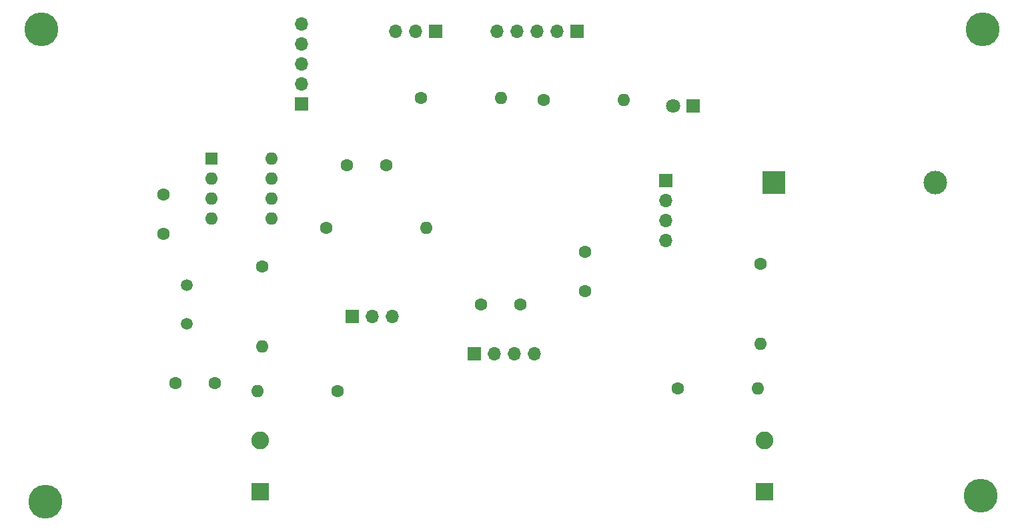
<source format=gbs>
G04 #@! TF.GenerationSoftware,KiCad,Pcbnew,8.0.8*
G04 #@! TF.CreationDate,2025-02-09T14:04:56-05:00*
G04 #@! TF.ProjectId,AetherX_KiCad,41657468-6572-4585-9f4b-694361642e6b,rev?*
G04 #@! TF.SameCoordinates,Original*
G04 #@! TF.FileFunction,Soldermask,Bot*
G04 #@! TF.FilePolarity,Negative*
%FSLAX46Y46*%
G04 Gerber Fmt 4.6, Leading zero omitted, Abs format (unit mm)*
G04 Created by KiCad (PCBNEW 8.0.8) date 2025-02-09 14:04:56*
%MOMM*%
%LPD*%
G01*
G04 APERTURE LIST*
%ADD10C,4.300000*%
%ADD11R,1.600000X1.600000*%
%ADD12O,1.600000X1.600000*%
%ADD13C,1.600000*%
%ADD14C,1.500000*%
%ADD15R,1.700000X1.700000*%
%ADD16O,1.700000X1.700000*%
%ADD17R,2.250000X2.250000*%
%ADD18C,2.250000*%
%ADD19R,1.800000X1.800000*%
%ADD20C,1.800000*%
%ADD21R,3.000000X3.000000*%
%ADD22C,3.000000*%
G04 APERTURE END LIST*
D10*
X102000000Y-69250000D03*
D11*
X123630000Y-85670000D03*
D12*
X123630000Y-88210000D03*
X123630000Y-90750000D03*
X123630000Y-93290000D03*
X131250000Y-93290000D03*
X131250000Y-90750000D03*
X131250000Y-88210000D03*
X131250000Y-85670000D03*
D13*
X165750000Y-78250000D03*
D12*
X175910000Y-78250000D03*
D13*
X182750000Y-114920000D03*
D12*
X192910000Y-114920000D03*
D13*
X139580000Y-115250000D03*
D12*
X129420000Y-115250000D03*
D14*
X120500000Y-101800000D03*
X120500000Y-106680000D03*
D15*
X181275000Y-88450000D03*
D16*
X181275000Y-90990000D03*
X181275000Y-93530000D03*
X181275000Y-96070000D03*
D13*
X117500000Y-95250000D03*
X117500000Y-90250000D03*
D15*
X152000000Y-69500000D03*
D16*
X149460000Y-69500000D03*
X146920000Y-69500000D03*
D13*
X138150000Y-94500000D03*
D12*
X150850000Y-94500000D03*
D13*
X140750000Y-86500000D03*
X145750000Y-86500000D03*
D15*
X170000000Y-69500000D03*
D16*
X167460000Y-69500000D03*
X164920000Y-69500000D03*
X162380000Y-69500000D03*
X159840000Y-69500000D03*
D13*
X162790000Y-104250000D03*
X157790000Y-104250000D03*
D17*
X129750000Y-128000000D03*
D18*
X129750000Y-121500000D03*
D13*
X193250000Y-99090000D03*
D12*
X193250000Y-109250000D03*
D10*
X102500000Y-129250000D03*
D17*
X193750000Y-128000000D03*
D18*
X193750000Y-121500000D03*
D13*
X150170000Y-78000000D03*
D12*
X160330000Y-78000000D03*
D15*
X135000000Y-78750000D03*
D16*
X135000000Y-76210000D03*
X135000000Y-73670000D03*
X135000000Y-71130000D03*
X135000000Y-68590000D03*
D10*
X221500000Y-69250000D03*
D19*
X184750000Y-79000000D03*
D20*
X182210000Y-79000000D03*
D15*
X141460000Y-105750000D03*
D16*
X144000000Y-105750000D03*
X146540000Y-105750000D03*
D21*
X195000000Y-88749999D03*
D22*
X215490000Y-88749999D03*
D13*
X171000000Y-97500000D03*
X171000000Y-102500000D03*
D10*
X221250000Y-128500000D03*
D13*
X130000000Y-99420000D03*
D12*
X130000000Y-109580000D03*
D13*
X119000000Y-114250000D03*
X124000000Y-114250000D03*
D15*
X156950000Y-110500000D03*
D16*
X159490000Y-110500000D03*
X162030000Y-110500000D03*
X164570000Y-110500000D03*
M02*

</source>
